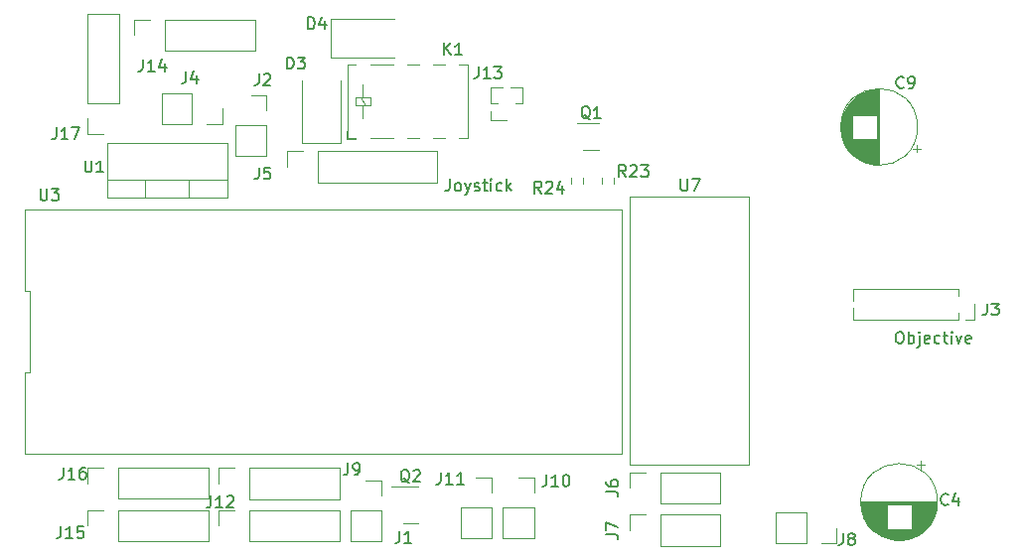
<source format=gbr>
%TF.GenerationSoftware,KiCad,Pcbnew,7.0.9*%
%TF.CreationDate,2024-04-16T22:37:01+03:00*%
%TF.ProjectId,Pistol_Camera_Driver,50697374-6f6c-45f4-9361-6d6572615f44,rev?*%
%TF.SameCoordinates,Original*%
%TF.FileFunction,Legend,Top*%
%TF.FilePolarity,Positive*%
%FSLAX46Y46*%
G04 Gerber Fmt 4.6, Leading zero omitted, Abs format (unit mm)*
G04 Created by KiCad (PCBNEW 7.0.9) date 2024-04-16 22:37:01*
%MOMM*%
%LPD*%
G01*
G04 APERTURE LIST*
%ADD10C,0.150000*%
%ADD11C,0.120000*%
G04 APERTURE END LIST*
D10*
X75884819Y-76533333D02*
X76599104Y-76533333D01*
X76599104Y-76533333D02*
X76741961Y-76580952D01*
X76741961Y-76580952D02*
X76837200Y-76676190D01*
X76837200Y-76676190D02*
X76884819Y-76819047D01*
X76884819Y-76819047D02*
X76884819Y-76914285D01*
X75884819Y-76152380D02*
X75884819Y-75485714D01*
X75884819Y-75485714D02*
X76884819Y-75914285D01*
X58266666Y-76254819D02*
X58266666Y-76969104D01*
X58266666Y-76969104D02*
X58219047Y-77111961D01*
X58219047Y-77111961D02*
X58123809Y-77207200D01*
X58123809Y-77207200D02*
X57980952Y-77254819D01*
X57980952Y-77254819D02*
X57885714Y-77254819D01*
X59266666Y-77254819D02*
X58695238Y-77254819D01*
X58980952Y-77254819D02*
X58980952Y-76254819D01*
X58980952Y-76254819D02*
X58885714Y-76397676D01*
X58885714Y-76397676D02*
X58790476Y-76492914D01*
X58790476Y-76492914D02*
X58695238Y-76540533D01*
X42190476Y-73254819D02*
X42190476Y-73969104D01*
X42190476Y-73969104D02*
X42142857Y-74111961D01*
X42142857Y-74111961D02*
X42047619Y-74207200D01*
X42047619Y-74207200D02*
X41904762Y-74254819D01*
X41904762Y-74254819D02*
X41809524Y-74254819D01*
X43190476Y-74254819D02*
X42619048Y-74254819D01*
X42904762Y-74254819D02*
X42904762Y-73254819D01*
X42904762Y-73254819D02*
X42809524Y-73397676D01*
X42809524Y-73397676D02*
X42714286Y-73492914D01*
X42714286Y-73492914D02*
X42619048Y-73540533D01*
X43571429Y-73350057D02*
X43619048Y-73302438D01*
X43619048Y-73302438D02*
X43714286Y-73254819D01*
X43714286Y-73254819D02*
X43952381Y-73254819D01*
X43952381Y-73254819D02*
X44047619Y-73302438D01*
X44047619Y-73302438D02*
X44095238Y-73350057D01*
X44095238Y-73350057D02*
X44142857Y-73445295D01*
X44142857Y-73445295D02*
X44142857Y-73540533D01*
X44142857Y-73540533D02*
X44095238Y-73683390D01*
X44095238Y-73683390D02*
X43523810Y-74254819D01*
X43523810Y-74254819D02*
X44142857Y-74254819D01*
X62061905Y-35654819D02*
X62061905Y-34654819D01*
X62633333Y-35654819D02*
X62204762Y-35083390D01*
X62633333Y-34654819D02*
X62061905Y-35226247D01*
X63585714Y-35654819D02*
X63014286Y-35654819D01*
X63300000Y-35654819D02*
X63300000Y-34654819D01*
X63300000Y-34654819D02*
X63204762Y-34797676D01*
X63204762Y-34797676D02*
X63109524Y-34892914D01*
X63109524Y-34892914D02*
X63014286Y-34940533D01*
X75884819Y-72908333D02*
X76599104Y-72908333D01*
X76599104Y-72908333D02*
X76741961Y-72955952D01*
X76741961Y-72955952D02*
X76837200Y-73051190D01*
X76837200Y-73051190D02*
X76884819Y-73194047D01*
X76884819Y-73194047D02*
X76884819Y-73289285D01*
X75884819Y-72003571D02*
X75884819Y-72194047D01*
X75884819Y-72194047D02*
X75932438Y-72289285D01*
X75932438Y-72289285D02*
X75980057Y-72336904D01*
X75980057Y-72336904D02*
X76122914Y-72432142D01*
X76122914Y-72432142D02*
X76313390Y-72479761D01*
X76313390Y-72479761D02*
X76694342Y-72479761D01*
X76694342Y-72479761D02*
X76789580Y-72432142D01*
X76789580Y-72432142D02*
X76837200Y-72384523D01*
X76837200Y-72384523D02*
X76884819Y-72289285D01*
X76884819Y-72289285D02*
X76884819Y-72098809D01*
X76884819Y-72098809D02*
X76837200Y-72003571D01*
X76837200Y-72003571D02*
X76789580Y-71955952D01*
X76789580Y-71955952D02*
X76694342Y-71908333D01*
X76694342Y-71908333D02*
X76456247Y-71908333D01*
X76456247Y-71908333D02*
X76361009Y-71955952D01*
X76361009Y-71955952D02*
X76313390Y-72003571D01*
X76313390Y-72003571D02*
X76265771Y-72098809D01*
X76265771Y-72098809D02*
X76265771Y-72289285D01*
X76265771Y-72289285D02*
X76313390Y-72384523D01*
X76313390Y-72384523D02*
X76361009Y-72432142D01*
X76361009Y-72432142D02*
X76456247Y-72479761D01*
X61790476Y-71254819D02*
X61790476Y-71969104D01*
X61790476Y-71969104D02*
X61742857Y-72111961D01*
X61742857Y-72111961D02*
X61647619Y-72207200D01*
X61647619Y-72207200D02*
X61504762Y-72254819D01*
X61504762Y-72254819D02*
X61409524Y-72254819D01*
X62790476Y-72254819D02*
X62219048Y-72254819D01*
X62504762Y-72254819D02*
X62504762Y-71254819D01*
X62504762Y-71254819D02*
X62409524Y-71397676D01*
X62409524Y-71397676D02*
X62314286Y-71492914D01*
X62314286Y-71492914D02*
X62219048Y-71540533D01*
X63742857Y-72254819D02*
X63171429Y-72254819D01*
X63457143Y-72254819D02*
X63457143Y-71254819D01*
X63457143Y-71254819D02*
X63361905Y-71397676D01*
X63361905Y-71397676D02*
X63266667Y-71492914D01*
X63266667Y-71492914D02*
X63171429Y-71540533D01*
X70790476Y-71454819D02*
X70790476Y-72169104D01*
X70790476Y-72169104D02*
X70742857Y-72311961D01*
X70742857Y-72311961D02*
X70647619Y-72407200D01*
X70647619Y-72407200D02*
X70504762Y-72454819D01*
X70504762Y-72454819D02*
X70409524Y-72454819D01*
X71790476Y-72454819D02*
X71219048Y-72454819D01*
X71504762Y-72454819D02*
X71504762Y-71454819D01*
X71504762Y-71454819D02*
X71409524Y-71597676D01*
X71409524Y-71597676D02*
X71314286Y-71692914D01*
X71314286Y-71692914D02*
X71219048Y-71740533D01*
X72409524Y-71454819D02*
X72504762Y-71454819D01*
X72504762Y-71454819D02*
X72600000Y-71502438D01*
X72600000Y-71502438D02*
X72647619Y-71550057D01*
X72647619Y-71550057D02*
X72695238Y-71645295D01*
X72695238Y-71645295D02*
X72742857Y-71835771D01*
X72742857Y-71835771D02*
X72742857Y-72073866D01*
X72742857Y-72073866D02*
X72695238Y-72264342D01*
X72695238Y-72264342D02*
X72647619Y-72359580D01*
X72647619Y-72359580D02*
X72600000Y-72407200D01*
X72600000Y-72407200D02*
X72504762Y-72454819D01*
X72504762Y-72454819D02*
X72409524Y-72454819D01*
X72409524Y-72454819D02*
X72314286Y-72407200D01*
X72314286Y-72407200D02*
X72266667Y-72359580D01*
X72266667Y-72359580D02*
X72219048Y-72264342D01*
X72219048Y-72264342D02*
X72171429Y-72073866D01*
X72171429Y-72073866D02*
X72171429Y-71835771D01*
X72171429Y-71835771D02*
X72219048Y-71645295D01*
X72219048Y-71645295D02*
X72266667Y-71550057D01*
X72266667Y-71550057D02*
X72314286Y-71502438D01*
X72314286Y-71502438D02*
X72409524Y-71454819D01*
X105033333Y-73959580D02*
X104985714Y-74007200D01*
X104985714Y-74007200D02*
X104842857Y-74054819D01*
X104842857Y-74054819D02*
X104747619Y-74054819D01*
X104747619Y-74054819D02*
X104604762Y-74007200D01*
X104604762Y-74007200D02*
X104509524Y-73911961D01*
X104509524Y-73911961D02*
X104461905Y-73816723D01*
X104461905Y-73816723D02*
X104414286Y-73626247D01*
X104414286Y-73626247D02*
X104414286Y-73483390D01*
X104414286Y-73483390D02*
X104461905Y-73292914D01*
X104461905Y-73292914D02*
X104509524Y-73197676D01*
X104509524Y-73197676D02*
X104604762Y-73102438D01*
X104604762Y-73102438D02*
X104747619Y-73054819D01*
X104747619Y-73054819D02*
X104842857Y-73054819D01*
X104842857Y-73054819D02*
X104985714Y-73102438D01*
X104985714Y-73102438D02*
X105033333Y-73150057D01*
X105890476Y-73388152D02*
X105890476Y-74054819D01*
X105652381Y-73007200D02*
X105414286Y-73721485D01*
X105414286Y-73721485D02*
X106033333Y-73721485D01*
X101233333Y-38409580D02*
X101185714Y-38457200D01*
X101185714Y-38457200D02*
X101042857Y-38504819D01*
X101042857Y-38504819D02*
X100947619Y-38504819D01*
X100947619Y-38504819D02*
X100804762Y-38457200D01*
X100804762Y-38457200D02*
X100709524Y-38361961D01*
X100709524Y-38361961D02*
X100661905Y-38266723D01*
X100661905Y-38266723D02*
X100614286Y-38076247D01*
X100614286Y-38076247D02*
X100614286Y-37933390D01*
X100614286Y-37933390D02*
X100661905Y-37742914D01*
X100661905Y-37742914D02*
X100709524Y-37647676D01*
X100709524Y-37647676D02*
X100804762Y-37552438D01*
X100804762Y-37552438D02*
X100947619Y-37504819D01*
X100947619Y-37504819D02*
X101042857Y-37504819D01*
X101042857Y-37504819D02*
X101185714Y-37552438D01*
X101185714Y-37552438D02*
X101233333Y-37600057D01*
X101709524Y-38504819D02*
X101900000Y-38504819D01*
X101900000Y-38504819D02*
X101995238Y-38457200D01*
X101995238Y-38457200D02*
X102042857Y-38409580D01*
X102042857Y-38409580D02*
X102138095Y-38266723D01*
X102138095Y-38266723D02*
X102185714Y-38076247D01*
X102185714Y-38076247D02*
X102185714Y-37695295D01*
X102185714Y-37695295D02*
X102138095Y-37600057D01*
X102138095Y-37600057D02*
X102090476Y-37552438D01*
X102090476Y-37552438D02*
X101995238Y-37504819D01*
X101995238Y-37504819D02*
X101804762Y-37504819D01*
X101804762Y-37504819D02*
X101709524Y-37552438D01*
X101709524Y-37552438D02*
X101661905Y-37600057D01*
X101661905Y-37600057D02*
X101614286Y-37695295D01*
X101614286Y-37695295D02*
X101614286Y-37933390D01*
X101614286Y-37933390D02*
X101661905Y-38028628D01*
X101661905Y-38028628D02*
X101709524Y-38076247D01*
X101709524Y-38076247D02*
X101804762Y-38123866D01*
X101804762Y-38123866D02*
X101995238Y-38123866D01*
X101995238Y-38123866D02*
X102090476Y-38076247D01*
X102090476Y-38076247D02*
X102138095Y-38028628D01*
X102138095Y-38028628D02*
X102185714Y-37933390D01*
X70357142Y-47454819D02*
X70023809Y-46978628D01*
X69785714Y-47454819D02*
X69785714Y-46454819D01*
X69785714Y-46454819D02*
X70166666Y-46454819D01*
X70166666Y-46454819D02*
X70261904Y-46502438D01*
X70261904Y-46502438D02*
X70309523Y-46550057D01*
X70309523Y-46550057D02*
X70357142Y-46645295D01*
X70357142Y-46645295D02*
X70357142Y-46788152D01*
X70357142Y-46788152D02*
X70309523Y-46883390D01*
X70309523Y-46883390D02*
X70261904Y-46931009D01*
X70261904Y-46931009D02*
X70166666Y-46978628D01*
X70166666Y-46978628D02*
X69785714Y-46978628D01*
X70738095Y-46550057D02*
X70785714Y-46502438D01*
X70785714Y-46502438D02*
X70880952Y-46454819D01*
X70880952Y-46454819D02*
X71119047Y-46454819D01*
X71119047Y-46454819D02*
X71214285Y-46502438D01*
X71214285Y-46502438D02*
X71261904Y-46550057D01*
X71261904Y-46550057D02*
X71309523Y-46645295D01*
X71309523Y-46645295D02*
X71309523Y-46740533D01*
X71309523Y-46740533D02*
X71261904Y-46883390D01*
X71261904Y-46883390D02*
X70690476Y-47454819D01*
X70690476Y-47454819D02*
X71309523Y-47454819D01*
X72166666Y-46788152D02*
X72166666Y-47454819D01*
X71928571Y-46407200D02*
X71690476Y-47121485D01*
X71690476Y-47121485D02*
X72309523Y-47121485D01*
X28990476Y-41854819D02*
X28990476Y-42569104D01*
X28990476Y-42569104D02*
X28942857Y-42711961D01*
X28942857Y-42711961D02*
X28847619Y-42807200D01*
X28847619Y-42807200D02*
X28704762Y-42854819D01*
X28704762Y-42854819D02*
X28609524Y-42854819D01*
X29990476Y-42854819D02*
X29419048Y-42854819D01*
X29704762Y-42854819D02*
X29704762Y-41854819D01*
X29704762Y-41854819D02*
X29609524Y-41997676D01*
X29609524Y-41997676D02*
X29514286Y-42092914D01*
X29514286Y-42092914D02*
X29419048Y-42140533D01*
X30323810Y-41854819D02*
X30990476Y-41854819D01*
X30990476Y-41854819D02*
X30561905Y-42854819D01*
X29590476Y-70829819D02*
X29590476Y-71544104D01*
X29590476Y-71544104D02*
X29542857Y-71686961D01*
X29542857Y-71686961D02*
X29447619Y-71782200D01*
X29447619Y-71782200D02*
X29304762Y-71829819D01*
X29304762Y-71829819D02*
X29209524Y-71829819D01*
X30590476Y-71829819D02*
X30019048Y-71829819D01*
X30304762Y-71829819D02*
X30304762Y-70829819D01*
X30304762Y-70829819D02*
X30209524Y-70972676D01*
X30209524Y-70972676D02*
X30114286Y-71067914D01*
X30114286Y-71067914D02*
X30019048Y-71115533D01*
X31447619Y-70829819D02*
X31257143Y-70829819D01*
X31257143Y-70829819D02*
X31161905Y-70877438D01*
X31161905Y-70877438D02*
X31114286Y-70925057D01*
X31114286Y-70925057D02*
X31019048Y-71067914D01*
X31019048Y-71067914D02*
X30971429Y-71258390D01*
X30971429Y-71258390D02*
X30971429Y-71639342D01*
X30971429Y-71639342D02*
X31019048Y-71734580D01*
X31019048Y-71734580D02*
X31066667Y-71782200D01*
X31066667Y-71782200D02*
X31161905Y-71829819D01*
X31161905Y-71829819D02*
X31352381Y-71829819D01*
X31352381Y-71829819D02*
X31447619Y-71782200D01*
X31447619Y-71782200D02*
X31495238Y-71734580D01*
X31495238Y-71734580D02*
X31542857Y-71639342D01*
X31542857Y-71639342D02*
X31542857Y-71401247D01*
X31542857Y-71401247D02*
X31495238Y-71306009D01*
X31495238Y-71306009D02*
X31447619Y-71258390D01*
X31447619Y-71258390D02*
X31352381Y-71210771D01*
X31352381Y-71210771D02*
X31161905Y-71210771D01*
X31161905Y-71210771D02*
X31066667Y-71258390D01*
X31066667Y-71258390D02*
X31019048Y-71306009D01*
X31019048Y-71306009D02*
X30971429Y-71401247D01*
X74504761Y-41150057D02*
X74409523Y-41102438D01*
X74409523Y-41102438D02*
X74314285Y-41007200D01*
X74314285Y-41007200D02*
X74171428Y-40864342D01*
X74171428Y-40864342D02*
X74076190Y-40816723D01*
X74076190Y-40816723D02*
X73980952Y-40816723D01*
X74028571Y-41054819D02*
X73933333Y-41007200D01*
X73933333Y-41007200D02*
X73838095Y-40911961D01*
X73838095Y-40911961D02*
X73790476Y-40721485D01*
X73790476Y-40721485D02*
X73790476Y-40388152D01*
X73790476Y-40388152D02*
X73838095Y-40197676D01*
X73838095Y-40197676D02*
X73933333Y-40102438D01*
X73933333Y-40102438D02*
X74028571Y-40054819D01*
X74028571Y-40054819D02*
X74219047Y-40054819D01*
X74219047Y-40054819D02*
X74314285Y-40102438D01*
X74314285Y-40102438D02*
X74409523Y-40197676D01*
X74409523Y-40197676D02*
X74457142Y-40388152D01*
X74457142Y-40388152D02*
X74457142Y-40721485D01*
X74457142Y-40721485D02*
X74409523Y-40911961D01*
X74409523Y-40911961D02*
X74314285Y-41007200D01*
X74314285Y-41007200D02*
X74219047Y-41054819D01*
X74219047Y-41054819D02*
X74028571Y-41054819D01*
X75409523Y-41054819D02*
X74838095Y-41054819D01*
X75123809Y-41054819D02*
X75123809Y-40054819D01*
X75123809Y-40054819D02*
X75028571Y-40197676D01*
X75028571Y-40197676D02*
X74933333Y-40292914D01*
X74933333Y-40292914D02*
X74838095Y-40340533D01*
X46266666Y-37254819D02*
X46266666Y-37969104D01*
X46266666Y-37969104D02*
X46219047Y-38111961D01*
X46219047Y-38111961D02*
X46123809Y-38207200D01*
X46123809Y-38207200D02*
X45980952Y-38254819D01*
X45980952Y-38254819D02*
X45885714Y-38254819D01*
X46695238Y-37350057D02*
X46742857Y-37302438D01*
X46742857Y-37302438D02*
X46838095Y-37254819D01*
X46838095Y-37254819D02*
X47076190Y-37254819D01*
X47076190Y-37254819D02*
X47171428Y-37302438D01*
X47171428Y-37302438D02*
X47219047Y-37350057D01*
X47219047Y-37350057D02*
X47266666Y-37445295D01*
X47266666Y-37445295D02*
X47266666Y-37540533D01*
X47266666Y-37540533D02*
X47219047Y-37683390D01*
X47219047Y-37683390D02*
X46647619Y-38254819D01*
X46647619Y-38254819D02*
X47266666Y-38254819D01*
X96066666Y-76454819D02*
X96066666Y-77169104D01*
X96066666Y-77169104D02*
X96019047Y-77311961D01*
X96019047Y-77311961D02*
X95923809Y-77407200D01*
X95923809Y-77407200D02*
X95780952Y-77454819D01*
X95780952Y-77454819D02*
X95685714Y-77454819D01*
X96685714Y-76883390D02*
X96590476Y-76835771D01*
X96590476Y-76835771D02*
X96542857Y-76788152D01*
X96542857Y-76788152D02*
X96495238Y-76692914D01*
X96495238Y-76692914D02*
X96495238Y-76645295D01*
X96495238Y-76645295D02*
X96542857Y-76550057D01*
X96542857Y-76550057D02*
X96590476Y-76502438D01*
X96590476Y-76502438D02*
X96685714Y-76454819D01*
X96685714Y-76454819D02*
X96876190Y-76454819D01*
X96876190Y-76454819D02*
X96971428Y-76502438D01*
X96971428Y-76502438D02*
X97019047Y-76550057D01*
X97019047Y-76550057D02*
X97066666Y-76645295D01*
X97066666Y-76645295D02*
X97066666Y-76692914D01*
X97066666Y-76692914D02*
X97019047Y-76788152D01*
X97019047Y-76788152D02*
X96971428Y-76835771D01*
X96971428Y-76835771D02*
X96876190Y-76883390D01*
X96876190Y-76883390D02*
X96685714Y-76883390D01*
X96685714Y-76883390D02*
X96590476Y-76931009D01*
X96590476Y-76931009D02*
X96542857Y-76978628D01*
X96542857Y-76978628D02*
X96495238Y-77073866D01*
X96495238Y-77073866D02*
X96495238Y-77264342D01*
X96495238Y-77264342D02*
X96542857Y-77359580D01*
X96542857Y-77359580D02*
X96590476Y-77407200D01*
X96590476Y-77407200D02*
X96685714Y-77454819D01*
X96685714Y-77454819D02*
X96876190Y-77454819D01*
X96876190Y-77454819D02*
X96971428Y-77407200D01*
X96971428Y-77407200D02*
X97019047Y-77359580D01*
X97019047Y-77359580D02*
X97066666Y-77264342D01*
X97066666Y-77264342D02*
X97066666Y-77073866D01*
X97066666Y-77073866D02*
X97019047Y-76978628D01*
X97019047Y-76978628D02*
X96971428Y-76931009D01*
X96971428Y-76931009D02*
X96876190Y-76883390D01*
X50461905Y-33454819D02*
X50461905Y-32454819D01*
X50461905Y-32454819D02*
X50700000Y-32454819D01*
X50700000Y-32454819D02*
X50842857Y-32502438D01*
X50842857Y-32502438D02*
X50938095Y-32597676D01*
X50938095Y-32597676D02*
X50985714Y-32692914D01*
X50985714Y-32692914D02*
X51033333Y-32883390D01*
X51033333Y-32883390D02*
X51033333Y-33026247D01*
X51033333Y-33026247D02*
X50985714Y-33216723D01*
X50985714Y-33216723D02*
X50938095Y-33311961D01*
X50938095Y-33311961D02*
X50842857Y-33407200D01*
X50842857Y-33407200D02*
X50700000Y-33454819D01*
X50700000Y-33454819D02*
X50461905Y-33454819D01*
X51890476Y-32788152D02*
X51890476Y-33454819D01*
X51652381Y-32407200D02*
X51414286Y-33121485D01*
X51414286Y-33121485D02*
X52033333Y-33121485D01*
X31448095Y-44654819D02*
X31448095Y-45464342D01*
X31448095Y-45464342D02*
X31495714Y-45559580D01*
X31495714Y-45559580D02*
X31543333Y-45607200D01*
X31543333Y-45607200D02*
X31638571Y-45654819D01*
X31638571Y-45654819D02*
X31829047Y-45654819D01*
X31829047Y-45654819D02*
X31924285Y-45607200D01*
X31924285Y-45607200D02*
X31971904Y-45559580D01*
X31971904Y-45559580D02*
X32019523Y-45464342D01*
X32019523Y-45464342D02*
X32019523Y-44654819D01*
X33019523Y-45654819D02*
X32448095Y-45654819D01*
X32733809Y-45654819D02*
X32733809Y-44654819D01*
X32733809Y-44654819D02*
X32638571Y-44797676D01*
X32638571Y-44797676D02*
X32543333Y-44892914D01*
X32543333Y-44892914D02*
X32448095Y-44940533D01*
X48661905Y-36854819D02*
X48661905Y-35854819D01*
X48661905Y-35854819D02*
X48900000Y-35854819D01*
X48900000Y-35854819D02*
X49042857Y-35902438D01*
X49042857Y-35902438D02*
X49138095Y-35997676D01*
X49138095Y-35997676D02*
X49185714Y-36092914D01*
X49185714Y-36092914D02*
X49233333Y-36283390D01*
X49233333Y-36283390D02*
X49233333Y-36426247D01*
X49233333Y-36426247D02*
X49185714Y-36616723D01*
X49185714Y-36616723D02*
X49138095Y-36711961D01*
X49138095Y-36711961D02*
X49042857Y-36807200D01*
X49042857Y-36807200D02*
X48900000Y-36854819D01*
X48900000Y-36854819D02*
X48661905Y-36854819D01*
X49566667Y-35854819D02*
X50185714Y-35854819D01*
X50185714Y-35854819D02*
X49852381Y-36235771D01*
X49852381Y-36235771D02*
X49995238Y-36235771D01*
X49995238Y-36235771D02*
X50090476Y-36283390D01*
X50090476Y-36283390D02*
X50138095Y-36331009D01*
X50138095Y-36331009D02*
X50185714Y-36426247D01*
X50185714Y-36426247D02*
X50185714Y-36664342D01*
X50185714Y-36664342D02*
X50138095Y-36759580D01*
X50138095Y-36759580D02*
X50090476Y-36807200D01*
X50090476Y-36807200D02*
X49995238Y-36854819D01*
X49995238Y-36854819D02*
X49709524Y-36854819D01*
X49709524Y-36854819D02*
X49614286Y-36807200D01*
X49614286Y-36807200D02*
X49566667Y-36759580D01*
X27638095Y-47054819D02*
X27638095Y-47864342D01*
X27638095Y-47864342D02*
X27685714Y-47959580D01*
X27685714Y-47959580D02*
X27733333Y-48007200D01*
X27733333Y-48007200D02*
X27828571Y-48054819D01*
X27828571Y-48054819D02*
X28019047Y-48054819D01*
X28019047Y-48054819D02*
X28114285Y-48007200D01*
X28114285Y-48007200D02*
X28161904Y-47959580D01*
X28161904Y-47959580D02*
X28209523Y-47864342D01*
X28209523Y-47864342D02*
X28209523Y-47054819D01*
X28590476Y-47054819D02*
X29209523Y-47054819D01*
X29209523Y-47054819D02*
X28876190Y-47435771D01*
X28876190Y-47435771D02*
X29019047Y-47435771D01*
X29019047Y-47435771D02*
X29114285Y-47483390D01*
X29114285Y-47483390D02*
X29161904Y-47531009D01*
X29161904Y-47531009D02*
X29209523Y-47626247D01*
X29209523Y-47626247D02*
X29209523Y-47864342D01*
X29209523Y-47864342D02*
X29161904Y-47959580D01*
X29161904Y-47959580D02*
X29114285Y-48007200D01*
X29114285Y-48007200D02*
X29019047Y-48054819D01*
X29019047Y-48054819D02*
X28733333Y-48054819D01*
X28733333Y-48054819D02*
X28638095Y-48007200D01*
X28638095Y-48007200D02*
X28590476Y-47959580D01*
X40066666Y-37054819D02*
X40066666Y-37769104D01*
X40066666Y-37769104D02*
X40019047Y-37911961D01*
X40019047Y-37911961D02*
X39923809Y-38007200D01*
X39923809Y-38007200D02*
X39780952Y-38054819D01*
X39780952Y-38054819D02*
X39685714Y-38054819D01*
X40971428Y-37388152D02*
X40971428Y-38054819D01*
X40733333Y-37007200D02*
X40495238Y-37721485D01*
X40495238Y-37721485D02*
X41114285Y-37721485D01*
X29390476Y-75854819D02*
X29390476Y-76569104D01*
X29390476Y-76569104D02*
X29342857Y-76711961D01*
X29342857Y-76711961D02*
X29247619Y-76807200D01*
X29247619Y-76807200D02*
X29104762Y-76854819D01*
X29104762Y-76854819D02*
X29009524Y-76854819D01*
X30390476Y-76854819D02*
X29819048Y-76854819D01*
X30104762Y-76854819D02*
X30104762Y-75854819D01*
X30104762Y-75854819D02*
X30009524Y-75997676D01*
X30009524Y-75997676D02*
X29914286Y-76092914D01*
X29914286Y-76092914D02*
X29819048Y-76140533D01*
X31295238Y-75854819D02*
X30819048Y-75854819D01*
X30819048Y-75854819D02*
X30771429Y-76331009D01*
X30771429Y-76331009D02*
X30819048Y-76283390D01*
X30819048Y-76283390D02*
X30914286Y-76235771D01*
X30914286Y-76235771D02*
X31152381Y-76235771D01*
X31152381Y-76235771D02*
X31247619Y-76283390D01*
X31247619Y-76283390D02*
X31295238Y-76331009D01*
X31295238Y-76331009D02*
X31342857Y-76426247D01*
X31342857Y-76426247D02*
X31342857Y-76664342D01*
X31342857Y-76664342D02*
X31295238Y-76759580D01*
X31295238Y-76759580D02*
X31247619Y-76807200D01*
X31247619Y-76807200D02*
X31152381Y-76854819D01*
X31152381Y-76854819D02*
X30914286Y-76854819D01*
X30914286Y-76854819D02*
X30819048Y-76807200D01*
X30819048Y-76807200D02*
X30771429Y-76759580D01*
X53866666Y-70454819D02*
X53866666Y-71169104D01*
X53866666Y-71169104D02*
X53819047Y-71311961D01*
X53819047Y-71311961D02*
X53723809Y-71407200D01*
X53723809Y-71407200D02*
X53580952Y-71454819D01*
X53580952Y-71454819D02*
X53485714Y-71454819D01*
X54390476Y-71454819D02*
X54580952Y-71454819D01*
X54580952Y-71454819D02*
X54676190Y-71407200D01*
X54676190Y-71407200D02*
X54723809Y-71359580D01*
X54723809Y-71359580D02*
X54819047Y-71216723D01*
X54819047Y-71216723D02*
X54866666Y-71026247D01*
X54866666Y-71026247D02*
X54866666Y-70645295D01*
X54866666Y-70645295D02*
X54819047Y-70550057D01*
X54819047Y-70550057D02*
X54771428Y-70502438D01*
X54771428Y-70502438D02*
X54676190Y-70454819D01*
X54676190Y-70454819D02*
X54485714Y-70454819D01*
X54485714Y-70454819D02*
X54390476Y-70502438D01*
X54390476Y-70502438D02*
X54342857Y-70550057D01*
X54342857Y-70550057D02*
X54295238Y-70645295D01*
X54295238Y-70645295D02*
X54295238Y-70883390D01*
X54295238Y-70883390D02*
X54342857Y-70978628D01*
X54342857Y-70978628D02*
X54390476Y-71026247D01*
X54390476Y-71026247D02*
X54485714Y-71073866D01*
X54485714Y-71073866D02*
X54676190Y-71073866D01*
X54676190Y-71073866D02*
X54771428Y-71026247D01*
X54771428Y-71026247D02*
X54819047Y-70978628D01*
X54819047Y-70978628D02*
X54866666Y-70883390D01*
X59104761Y-72150057D02*
X59009523Y-72102438D01*
X59009523Y-72102438D02*
X58914285Y-72007200D01*
X58914285Y-72007200D02*
X58771428Y-71864342D01*
X58771428Y-71864342D02*
X58676190Y-71816723D01*
X58676190Y-71816723D02*
X58580952Y-71816723D01*
X58628571Y-72054819D02*
X58533333Y-72007200D01*
X58533333Y-72007200D02*
X58438095Y-71911961D01*
X58438095Y-71911961D02*
X58390476Y-71721485D01*
X58390476Y-71721485D02*
X58390476Y-71388152D01*
X58390476Y-71388152D02*
X58438095Y-71197676D01*
X58438095Y-71197676D02*
X58533333Y-71102438D01*
X58533333Y-71102438D02*
X58628571Y-71054819D01*
X58628571Y-71054819D02*
X58819047Y-71054819D01*
X58819047Y-71054819D02*
X58914285Y-71102438D01*
X58914285Y-71102438D02*
X59009523Y-71197676D01*
X59009523Y-71197676D02*
X59057142Y-71388152D01*
X59057142Y-71388152D02*
X59057142Y-71721485D01*
X59057142Y-71721485D02*
X59009523Y-71911961D01*
X59009523Y-71911961D02*
X58914285Y-72007200D01*
X58914285Y-72007200D02*
X58819047Y-72054819D01*
X58819047Y-72054819D02*
X58628571Y-72054819D01*
X59438095Y-71150057D02*
X59485714Y-71102438D01*
X59485714Y-71102438D02*
X59580952Y-71054819D01*
X59580952Y-71054819D02*
X59819047Y-71054819D01*
X59819047Y-71054819D02*
X59914285Y-71102438D01*
X59914285Y-71102438D02*
X59961904Y-71150057D01*
X59961904Y-71150057D02*
X60009523Y-71245295D01*
X60009523Y-71245295D02*
X60009523Y-71340533D01*
X60009523Y-71340533D02*
X59961904Y-71483390D01*
X59961904Y-71483390D02*
X59390476Y-72054819D01*
X59390476Y-72054819D02*
X60009523Y-72054819D01*
X82238095Y-46254819D02*
X82238095Y-47064342D01*
X82238095Y-47064342D02*
X82285714Y-47159580D01*
X82285714Y-47159580D02*
X82333333Y-47207200D01*
X82333333Y-47207200D02*
X82428571Y-47254819D01*
X82428571Y-47254819D02*
X82619047Y-47254819D01*
X82619047Y-47254819D02*
X82714285Y-47207200D01*
X82714285Y-47207200D02*
X82761904Y-47159580D01*
X82761904Y-47159580D02*
X82809523Y-47064342D01*
X82809523Y-47064342D02*
X82809523Y-46254819D01*
X83190476Y-46254819D02*
X83857142Y-46254819D01*
X83857142Y-46254819D02*
X83428571Y-47254819D01*
X64990476Y-36654819D02*
X64990476Y-37369104D01*
X64990476Y-37369104D02*
X64942857Y-37511961D01*
X64942857Y-37511961D02*
X64847619Y-37607200D01*
X64847619Y-37607200D02*
X64704762Y-37654819D01*
X64704762Y-37654819D02*
X64609524Y-37654819D01*
X65990476Y-37654819D02*
X65419048Y-37654819D01*
X65704762Y-37654819D02*
X65704762Y-36654819D01*
X65704762Y-36654819D02*
X65609524Y-36797676D01*
X65609524Y-36797676D02*
X65514286Y-36892914D01*
X65514286Y-36892914D02*
X65419048Y-36940533D01*
X66323810Y-36654819D02*
X66942857Y-36654819D01*
X66942857Y-36654819D02*
X66609524Y-37035771D01*
X66609524Y-37035771D02*
X66752381Y-37035771D01*
X66752381Y-37035771D02*
X66847619Y-37083390D01*
X66847619Y-37083390D02*
X66895238Y-37131009D01*
X66895238Y-37131009D02*
X66942857Y-37226247D01*
X66942857Y-37226247D02*
X66942857Y-37464342D01*
X66942857Y-37464342D02*
X66895238Y-37559580D01*
X66895238Y-37559580D02*
X66847619Y-37607200D01*
X66847619Y-37607200D02*
X66752381Y-37654819D01*
X66752381Y-37654819D02*
X66466667Y-37654819D01*
X66466667Y-37654819D02*
X66371429Y-37607200D01*
X66371429Y-37607200D02*
X66323810Y-37559580D01*
X77557142Y-46054819D02*
X77223809Y-45578628D01*
X76985714Y-46054819D02*
X76985714Y-45054819D01*
X76985714Y-45054819D02*
X77366666Y-45054819D01*
X77366666Y-45054819D02*
X77461904Y-45102438D01*
X77461904Y-45102438D02*
X77509523Y-45150057D01*
X77509523Y-45150057D02*
X77557142Y-45245295D01*
X77557142Y-45245295D02*
X77557142Y-45388152D01*
X77557142Y-45388152D02*
X77509523Y-45483390D01*
X77509523Y-45483390D02*
X77461904Y-45531009D01*
X77461904Y-45531009D02*
X77366666Y-45578628D01*
X77366666Y-45578628D02*
X76985714Y-45578628D01*
X77938095Y-45150057D02*
X77985714Y-45102438D01*
X77985714Y-45102438D02*
X78080952Y-45054819D01*
X78080952Y-45054819D02*
X78319047Y-45054819D01*
X78319047Y-45054819D02*
X78414285Y-45102438D01*
X78414285Y-45102438D02*
X78461904Y-45150057D01*
X78461904Y-45150057D02*
X78509523Y-45245295D01*
X78509523Y-45245295D02*
X78509523Y-45340533D01*
X78509523Y-45340533D02*
X78461904Y-45483390D01*
X78461904Y-45483390D02*
X77890476Y-46054819D01*
X77890476Y-46054819D02*
X78509523Y-46054819D01*
X78842857Y-45054819D02*
X79461904Y-45054819D01*
X79461904Y-45054819D02*
X79128571Y-45435771D01*
X79128571Y-45435771D02*
X79271428Y-45435771D01*
X79271428Y-45435771D02*
X79366666Y-45483390D01*
X79366666Y-45483390D02*
X79414285Y-45531009D01*
X79414285Y-45531009D02*
X79461904Y-45626247D01*
X79461904Y-45626247D02*
X79461904Y-45864342D01*
X79461904Y-45864342D02*
X79414285Y-45959580D01*
X79414285Y-45959580D02*
X79366666Y-46007200D01*
X79366666Y-46007200D02*
X79271428Y-46054819D01*
X79271428Y-46054819D02*
X78985714Y-46054819D01*
X78985714Y-46054819D02*
X78890476Y-46007200D01*
X78890476Y-46007200D02*
X78842857Y-45959580D01*
X108346666Y-56854808D02*
X108346666Y-57569093D01*
X108346666Y-57569093D02*
X108299047Y-57711950D01*
X108299047Y-57711950D02*
X108203809Y-57807189D01*
X108203809Y-57807189D02*
X108060952Y-57854808D01*
X108060952Y-57854808D02*
X107965714Y-57854808D01*
X108727619Y-56854808D02*
X109346666Y-56854808D01*
X109346666Y-56854808D02*
X109013333Y-57235760D01*
X109013333Y-57235760D02*
X109156190Y-57235760D01*
X109156190Y-57235760D02*
X109251428Y-57283379D01*
X109251428Y-57283379D02*
X109299047Y-57330998D01*
X109299047Y-57330998D02*
X109346666Y-57426236D01*
X109346666Y-57426236D02*
X109346666Y-57664331D01*
X109346666Y-57664331D02*
X109299047Y-57759569D01*
X109299047Y-57759569D02*
X109251428Y-57807189D01*
X109251428Y-57807189D02*
X109156190Y-57854808D01*
X109156190Y-57854808D02*
X108870476Y-57854808D01*
X108870476Y-57854808D02*
X108775238Y-57807189D01*
X108775238Y-57807189D02*
X108727619Y-57759569D01*
X100803809Y-59254808D02*
X100994285Y-59254808D01*
X100994285Y-59254808D02*
X101089523Y-59302427D01*
X101089523Y-59302427D02*
X101184761Y-59397665D01*
X101184761Y-59397665D02*
X101232380Y-59588141D01*
X101232380Y-59588141D02*
X101232380Y-59921474D01*
X101232380Y-59921474D02*
X101184761Y-60111950D01*
X101184761Y-60111950D02*
X101089523Y-60207189D01*
X101089523Y-60207189D02*
X100994285Y-60254808D01*
X100994285Y-60254808D02*
X100803809Y-60254808D01*
X100803809Y-60254808D02*
X100708571Y-60207189D01*
X100708571Y-60207189D02*
X100613333Y-60111950D01*
X100613333Y-60111950D02*
X100565714Y-59921474D01*
X100565714Y-59921474D02*
X100565714Y-59588141D01*
X100565714Y-59588141D02*
X100613333Y-59397665D01*
X100613333Y-59397665D02*
X100708571Y-59302427D01*
X100708571Y-59302427D02*
X100803809Y-59254808D01*
X101660952Y-60254808D02*
X101660952Y-59254808D01*
X101660952Y-59635760D02*
X101756190Y-59588141D01*
X101756190Y-59588141D02*
X101946666Y-59588141D01*
X101946666Y-59588141D02*
X102041904Y-59635760D01*
X102041904Y-59635760D02*
X102089523Y-59683379D01*
X102089523Y-59683379D02*
X102137142Y-59778617D01*
X102137142Y-59778617D02*
X102137142Y-60064331D01*
X102137142Y-60064331D02*
X102089523Y-60159569D01*
X102089523Y-60159569D02*
X102041904Y-60207189D01*
X102041904Y-60207189D02*
X101946666Y-60254808D01*
X101946666Y-60254808D02*
X101756190Y-60254808D01*
X101756190Y-60254808D02*
X101660952Y-60207189D01*
X102565714Y-59588141D02*
X102565714Y-60445284D01*
X102565714Y-60445284D02*
X102518095Y-60540522D01*
X102518095Y-60540522D02*
X102422857Y-60588141D01*
X102422857Y-60588141D02*
X102375238Y-60588141D01*
X102565714Y-59254808D02*
X102518095Y-59302427D01*
X102518095Y-59302427D02*
X102565714Y-59350046D01*
X102565714Y-59350046D02*
X102613333Y-59302427D01*
X102613333Y-59302427D02*
X102565714Y-59254808D01*
X102565714Y-59254808D02*
X102565714Y-59350046D01*
X103422856Y-60207189D02*
X103327618Y-60254808D01*
X103327618Y-60254808D02*
X103137142Y-60254808D01*
X103137142Y-60254808D02*
X103041904Y-60207189D01*
X103041904Y-60207189D02*
X102994285Y-60111950D01*
X102994285Y-60111950D02*
X102994285Y-59730998D01*
X102994285Y-59730998D02*
X103041904Y-59635760D01*
X103041904Y-59635760D02*
X103137142Y-59588141D01*
X103137142Y-59588141D02*
X103327618Y-59588141D01*
X103327618Y-59588141D02*
X103422856Y-59635760D01*
X103422856Y-59635760D02*
X103470475Y-59730998D01*
X103470475Y-59730998D02*
X103470475Y-59826236D01*
X103470475Y-59826236D02*
X102994285Y-59921474D01*
X104327618Y-60207189D02*
X104232380Y-60254808D01*
X104232380Y-60254808D02*
X104041904Y-60254808D01*
X104041904Y-60254808D02*
X103946666Y-60207189D01*
X103946666Y-60207189D02*
X103899047Y-60159569D01*
X103899047Y-60159569D02*
X103851428Y-60064331D01*
X103851428Y-60064331D02*
X103851428Y-59778617D01*
X103851428Y-59778617D02*
X103899047Y-59683379D01*
X103899047Y-59683379D02*
X103946666Y-59635760D01*
X103946666Y-59635760D02*
X104041904Y-59588141D01*
X104041904Y-59588141D02*
X104232380Y-59588141D01*
X104232380Y-59588141D02*
X104327618Y-59635760D01*
X104613333Y-59588141D02*
X104994285Y-59588141D01*
X104756190Y-59254808D02*
X104756190Y-60111950D01*
X104756190Y-60111950D02*
X104803809Y-60207189D01*
X104803809Y-60207189D02*
X104899047Y-60254808D01*
X104899047Y-60254808D02*
X104994285Y-60254808D01*
X105327619Y-60254808D02*
X105327619Y-59588141D01*
X105327619Y-59254808D02*
X105280000Y-59302427D01*
X105280000Y-59302427D02*
X105327619Y-59350046D01*
X105327619Y-59350046D02*
X105375238Y-59302427D01*
X105375238Y-59302427D02*
X105327619Y-59254808D01*
X105327619Y-59254808D02*
X105327619Y-59350046D01*
X105708571Y-59588141D02*
X105946666Y-60254808D01*
X105946666Y-60254808D02*
X106184761Y-59588141D01*
X106946666Y-60207189D02*
X106851428Y-60254808D01*
X106851428Y-60254808D02*
X106660952Y-60254808D01*
X106660952Y-60254808D02*
X106565714Y-60207189D01*
X106565714Y-60207189D02*
X106518095Y-60111950D01*
X106518095Y-60111950D02*
X106518095Y-59730998D01*
X106518095Y-59730998D02*
X106565714Y-59635760D01*
X106565714Y-59635760D02*
X106660952Y-59588141D01*
X106660952Y-59588141D02*
X106851428Y-59588141D01*
X106851428Y-59588141D02*
X106946666Y-59635760D01*
X106946666Y-59635760D02*
X106994285Y-59730998D01*
X106994285Y-59730998D02*
X106994285Y-59826236D01*
X106994285Y-59826236D02*
X106518095Y-59921474D01*
X36390476Y-36054819D02*
X36390476Y-36769104D01*
X36390476Y-36769104D02*
X36342857Y-36911961D01*
X36342857Y-36911961D02*
X36247619Y-37007200D01*
X36247619Y-37007200D02*
X36104762Y-37054819D01*
X36104762Y-37054819D02*
X36009524Y-37054819D01*
X37390476Y-37054819D02*
X36819048Y-37054819D01*
X37104762Y-37054819D02*
X37104762Y-36054819D01*
X37104762Y-36054819D02*
X37009524Y-36197676D01*
X37009524Y-36197676D02*
X36914286Y-36292914D01*
X36914286Y-36292914D02*
X36819048Y-36340533D01*
X38247619Y-36388152D02*
X38247619Y-37054819D01*
X38009524Y-36007200D02*
X37771429Y-36721485D01*
X37771429Y-36721485D02*
X38390476Y-36721485D01*
X46266666Y-45254819D02*
X46266666Y-45969104D01*
X46266666Y-45969104D02*
X46219047Y-46111961D01*
X46219047Y-46111961D02*
X46123809Y-46207200D01*
X46123809Y-46207200D02*
X45980952Y-46254819D01*
X45980952Y-46254819D02*
X45885714Y-46254819D01*
X47219047Y-45254819D02*
X46742857Y-45254819D01*
X46742857Y-45254819D02*
X46695238Y-45731009D01*
X46695238Y-45731009D02*
X46742857Y-45683390D01*
X46742857Y-45683390D02*
X46838095Y-45635771D01*
X46838095Y-45635771D02*
X47076190Y-45635771D01*
X47076190Y-45635771D02*
X47171428Y-45683390D01*
X47171428Y-45683390D02*
X47219047Y-45731009D01*
X47219047Y-45731009D02*
X47266666Y-45826247D01*
X47266666Y-45826247D02*
X47266666Y-46064342D01*
X47266666Y-46064342D02*
X47219047Y-46159580D01*
X47219047Y-46159580D02*
X47171428Y-46207200D01*
X47171428Y-46207200D02*
X47076190Y-46254819D01*
X47076190Y-46254819D02*
X46838095Y-46254819D01*
X46838095Y-46254819D02*
X46742857Y-46207200D01*
X46742857Y-46207200D02*
X46695238Y-46159580D01*
X62547618Y-46254819D02*
X62547618Y-46969104D01*
X62547618Y-46969104D02*
X62499999Y-47111961D01*
X62499999Y-47111961D02*
X62404761Y-47207200D01*
X62404761Y-47207200D02*
X62261904Y-47254819D01*
X62261904Y-47254819D02*
X62166666Y-47254819D01*
X63166666Y-47254819D02*
X63071428Y-47207200D01*
X63071428Y-47207200D02*
X63023809Y-47159580D01*
X63023809Y-47159580D02*
X62976190Y-47064342D01*
X62976190Y-47064342D02*
X62976190Y-46778628D01*
X62976190Y-46778628D02*
X63023809Y-46683390D01*
X63023809Y-46683390D02*
X63071428Y-46635771D01*
X63071428Y-46635771D02*
X63166666Y-46588152D01*
X63166666Y-46588152D02*
X63309523Y-46588152D01*
X63309523Y-46588152D02*
X63404761Y-46635771D01*
X63404761Y-46635771D02*
X63452380Y-46683390D01*
X63452380Y-46683390D02*
X63499999Y-46778628D01*
X63499999Y-46778628D02*
X63499999Y-47064342D01*
X63499999Y-47064342D02*
X63452380Y-47159580D01*
X63452380Y-47159580D02*
X63404761Y-47207200D01*
X63404761Y-47207200D02*
X63309523Y-47254819D01*
X63309523Y-47254819D02*
X63166666Y-47254819D01*
X63833333Y-46588152D02*
X64071428Y-47254819D01*
X64309523Y-46588152D02*
X64071428Y-47254819D01*
X64071428Y-47254819D02*
X63976190Y-47492914D01*
X63976190Y-47492914D02*
X63928571Y-47540533D01*
X63928571Y-47540533D02*
X63833333Y-47588152D01*
X64642857Y-47207200D02*
X64738095Y-47254819D01*
X64738095Y-47254819D02*
X64928571Y-47254819D01*
X64928571Y-47254819D02*
X65023809Y-47207200D01*
X65023809Y-47207200D02*
X65071428Y-47111961D01*
X65071428Y-47111961D02*
X65071428Y-47064342D01*
X65071428Y-47064342D02*
X65023809Y-46969104D01*
X65023809Y-46969104D02*
X64928571Y-46921485D01*
X64928571Y-46921485D02*
X64785714Y-46921485D01*
X64785714Y-46921485D02*
X64690476Y-46873866D01*
X64690476Y-46873866D02*
X64642857Y-46778628D01*
X64642857Y-46778628D02*
X64642857Y-46731009D01*
X64642857Y-46731009D02*
X64690476Y-46635771D01*
X64690476Y-46635771D02*
X64785714Y-46588152D01*
X64785714Y-46588152D02*
X64928571Y-46588152D01*
X64928571Y-46588152D02*
X65023809Y-46635771D01*
X65357143Y-46588152D02*
X65738095Y-46588152D01*
X65500000Y-46254819D02*
X65500000Y-47111961D01*
X65500000Y-47111961D02*
X65547619Y-47207200D01*
X65547619Y-47207200D02*
X65642857Y-47254819D01*
X65642857Y-47254819D02*
X65738095Y-47254819D01*
X66071429Y-47254819D02*
X66071429Y-46588152D01*
X66071429Y-46254819D02*
X66023810Y-46302438D01*
X66023810Y-46302438D02*
X66071429Y-46350057D01*
X66071429Y-46350057D02*
X66119048Y-46302438D01*
X66119048Y-46302438D02*
X66071429Y-46254819D01*
X66071429Y-46254819D02*
X66071429Y-46350057D01*
X66976190Y-47207200D02*
X66880952Y-47254819D01*
X66880952Y-47254819D02*
X66690476Y-47254819D01*
X66690476Y-47254819D02*
X66595238Y-47207200D01*
X66595238Y-47207200D02*
X66547619Y-47159580D01*
X66547619Y-47159580D02*
X66500000Y-47064342D01*
X66500000Y-47064342D02*
X66500000Y-46778628D01*
X66500000Y-46778628D02*
X66547619Y-46683390D01*
X66547619Y-46683390D02*
X66595238Y-46635771D01*
X66595238Y-46635771D02*
X66690476Y-46588152D01*
X66690476Y-46588152D02*
X66880952Y-46588152D01*
X66880952Y-46588152D02*
X66976190Y-46635771D01*
X67404762Y-47254819D02*
X67404762Y-46254819D01*
X67500000Y-46873866D02*
X67785714Y-47254819D01*
X67785714Y-46588152D02*
X67404762Y-46969104D01*
D11*
%TO.C,J7*%
X80470000Y-77530000D02*
X85610000Y-77530000D01*
X80470000Y-77530000D02*
X80470000Y-74870000D01*
X85610000Y-77530000D02*
X85610000Y-74870000D01*
X77870000Y-76200000D02*
X77870000Y-74870000D01*
X77870000Y-74870000D02*
X79200000Y-74870000D01*
X80470000Y-74870000D02*
X85610000Y-74870000D01*
%TO.C,J1*%
X54070000Y-74530000D02*
X54070000Y-77130000D01*
X54070000Y-74530000D02*
X56730000Y-74530000D01*
X54070000Y-77130000D02*
X56730000Y-77130000D01*
X55400000Y-71930000D02*
X56730000Y-71930000D01*
X56730000Y-71930000D02*
X56730000Y-73260000D01*
X56730000Y-74530000D02*
X56730000Y-77130000D01*
%TO.C,J12*%
X45470000Y-77130000D02*
X53150000Y-77130000D01*
X45470000Y-77130000D02*
X45470000Y-74470000D01*
X53150000Y-77130000D02*
X53150000Y-74470000D01*
X42870000Y-75800000D02*
X42870000Y-74470000D01*
X42870000Y-74470000D02*
X44200000Y-74470000D01*
X45470000Y-74470000D02*
X53150000Y-74470000D01*
%TO.C,K1*%
X53750000Y-42840000D02*
X53750000Y-42140000D01*
X54550000Y-42840000D02*
X53750000Y-42840000D01*
X53850000Y-42740000D02*
X53850000Y-36440000D01*
X54550000Y-42740000D02*
X53850000Y-42740000D01*
X57750000Y-42740000D02*
X55750000Y-42740000D01*
X59950000Y-42740000D02*
X58950000Y-42740000D01*
X62150000Y-42740000D02*
X61150000Y-42740000D01*
X63350000Y-42740000D02*
X64050000Y-42740000D01*
X54550000Y-39940000D02*
X55750000Y-39940000D01*
X55150000Y-39940000D02*
X55150000Y-41040000D01*
X55350000Y-39940000D02*
X54950000Y-39240000D01*
X55750000Y-39940000D02*
X55750000Y-39240000D01*
X54550000Y-39240000D02*
X54550000Y-39940000D01*
X55150000Y-39240000D02*
X55150000Y-38140000D01*
X55750000Y-39240000D02*
X54550000Y-39240000D01*
X53850000Y-36440000D02*
X54550000Y-36440000D01*
X55750000Y-36440000D02*
X57750000Y-36440000D01*
X58950000Y-36440000D02*
X59950000Y-36440000D01*
X61150000Y-36440000D02*
X62150000Y-36440000D01*
X63350000Y-36440000D02*
X64050000Y-36440000D01*
X64050000Y-36440000D02*
X64050000Y-42740000D01*
%TO.C,J6*%
X80470000Y-73905000D02*
X85610000Y-73905000D01*
X80470000Y-73905000D02*
X80470000Y-71245000D01*
X85610000Y-73905000D02*
X85610000Y-71245000D01*
X77870000Y-72575000D02*
X77870000Y-71245000D01*
X77870000Y-71245000D02*
X79200000Y-71245000D01*
X80470000Y-71245000D02*
X85610000Y-71245000D01*
%TO.C,J11*%
X63470000Y-74270000D02*
X63470000Y-76870000D01*
X63470000Y-74270000D02*
X66130000Y-74270000D01*
X63470000Y-76870000D02*
X66130000Y-76870000D01*
X64800000Y-71670000D02*
X66130000Y-71670000D01*
X66130000Y-71670000D02*
X66130000Y-73000000D01*
X66130000Y-74270000D02*
X66130000Y-76870000D01*
%TO.C,J10*%
X67070000Y-74270000D02*
X67070000Y-76870000D01*
X67070000Y-74270000D02*
X69730000Y-74270000D01*
X67070000Y-76870000D02*
X69730000Y-76870000D01*
X68400000Y-71670000D02*
X69730000Y-71670000D01*
X69730000Y-71670000D02*
X69730000Y-73000000D01*
X69730000Y-74270000D02*
X69730000Y-76870000D01*
%TO.C,C4*%
X102689000Y-70274748D02*
X102689000Y-70904748D01*
X103004000Y-70589748D02*
X102374000Y-70589748D01*
X104080000Y-73774989D02*
X97620000Y-73774989D01*
X104080000Y-73814989D02*
X97620000Y-73814989D01*
X104080000Y-73854989D02*
X97620000Y-73854989D01*
X104078000Y-73894989D02*
X97622000Y-73894989D01*
X104077000Y-73934989D02*
X97623000Y-73934989D01*
X104074000Y-73974989D02*
X97626000Y-73974989D01*
X104072000Y-74014989D02*
X101890000Y-74014989D01*
X99810000Y-74014989D02*
X97628000Y-74014989D01*
X104068000Y-74054989D02*
X101890000Y-74054989D01*
X99810000Y-74054989D02*
X97632000Y-74054989D01*
X104065000Y-74094989D02*
X101890000Y-74094989D01*
X99810000Y-74094989D02*
X97635000Y-74094989D01*
X104061000Y-74134989D02*
X101890000Y-74134989D01*
X99810000Y-74134989D02*
X97639000Y-74134989D01*
X104056000Y-74174989D02*
X101890000Y-74174989D01*
X99810000Y-74174989D02*
X97644000Y-74174989D01*
X104051000Y-74214989D02*
X101890000Y-74214989D01*
X99810000Y-74214989D02*
X97649000Y-74214989D01*
X104045000Y-74254989D02*
X101890000Y-74254989D01*
X99810000Y-74254989D02*
X97655000Y-74254989D01*
X104039000Y-74294989D02*
X101890000Y-74294989D01*
X99810000Y-74294989D02*
X97661000Y-74294989D01*
X104032000Y-74334989D02*
X101890000Y-74334989D01*
X99810000Y-74334989D02*
X97668000Y-74334989D01*
X104025000Y-74374989D02*
X101890000Y-74374989D01*
X99810000Y-74374989D02*
X97675000Y-74374989D01*
X104017000Y-74414989D02*
X101890000Y-74414989D01*
X99810000Y-74414989D02*
X97683000Y-74414989D01*
X104009000Y-74454989D02*
X101890000Y-74454989D01*
X99810000Y-74454989D02*
X97691000Y-74454989D01*
X104000000Y-74495989D02*
X101890000Y-74495989D01*
X99810000Y-74495989D02*
X97700000Y-74495989D01*
X103991000Y-74535989D02*
X101890000Y-74535989D01*
X99810000Y-74535989D02*
X97709000Y-74535989D01*
X103981000Y-74575989D02*
X101890000Y-74575989D01*
X99810000Y-74575989D02*
X97719000Y-74575989D01*
X103971000Y-74615989D02*
X101890000Y-74615989D01*
X99810000Y-74615989D02*
X97729000Y-74615989D01*
X103960000Y-74655989D02*
X101890000Y-74655989D01*
X99810000Y-74655989D02*
X97740000Y-74655989D01*
X103948000Y-74695989D02*
X101890000Y-74695989D01*
X99810000Y-74695989D02*
X97752000Y-74695989D01*
X103936000Y-74735989D02*
X101890000Y-74735989D01*
X99810000Y-74735989D02*
X97764000Y-74735989D01*
X103924000Y-74775989D02*
X101890000Y-74775989D01*
X99810000Y-74775989D02*
X97776000Y-74775989D01*
X103911000Y-74815989D02*
X101890000Y-74815989D01*
X99810000Y-74815989D02*
X97789000Y-74815989D01*
X103897000Y-74855989D02*
X101890000Y-74855989D01*
X99810000Y-74855989D02*
X97803000Y-74855989D01*
X103883000Y-74895989D02*
X101890000Y-74895989D01*
X99810000Y-74895989D02*
X97817000Y-74895989D01*
X103868000Y-74935989D02*
X101890000Y-74935989D01*
X99810000Y-74935989D02*
X97832000Y-74935989D01*
X103852000Y-74975989D02*
X101890000Y-74975989D01*
X99810000Y-74975989D02*
X97848000Y-74975989D01*
X103836000Y-75015989D02*
X101890000Y-75015989D01*
X99810000Y-75015989D02*
X97864000Y-75015989D01*
X103820000Y-75055989D02*
X101890000Y-75055989D01*
X99810000Y-75055989D02*
X97880000Y-75055989D01*
X103802000Y-75095989D02*
X101890000Y-75095989D01*
X99810000Y-75095989D02*
X97898000Y-75095989D01*
X103784000Y-75135989D02*
X101890000Y-75135989D01*
X99810000Y-75135989D02*
X97916000Y-75135989D01*
X103766000Y-75175989D02*
X101890000Y-75175989D01*
X99810000Y-75175989D02*
X97934000Y-75175989D01*
X103746000Y-75215989D02*
X101890000Y-75215989D01*
X99810000Y-75215989D02*
X97954000Y-75215989D01*
X103726000Y-75255989D02*
X101890000Y-75255989D01*
X99810000Y-75255989D02*
X97974000Y-75255989D01*
X103706000Y-75295989D02*
X101890000Y-75295989D01*
X99810000Y-75295989D02*
X97994000Y-75295989D01*
X103684000Y-75335989D02*
X101890000Y-75335989D01*
X99810000Y-75335989D02*
X98016000Y-75335989D01*
X103662000Y-75375989D02*
X101890000Y-75375989D01*
X99810000Y-75375989D02*
X98038000Y-75375989D01*
X103640000Y-75415989D02*
X101890000Y-75415989D01*
X99810000Y-75415989D02*
X98060000Y-75415989D01*
X103616000Y-75455989D02*
X101890000Y-75455989D01*
X99810000Y-75455989D02*
X98084000Y-75455989D01*
X103592000Y-75495989D02*
X101890000Y-75495989D01*
X99810000Y-75495989D02*
X98108000Y-75495989D01*
X103566000Y-75535989D02*
X101890000Y-75535989D01*
X99810000Y-75535989D02*
X98134000Y-75535989D01*
X103540000Y-75575989D02*
X101890000Y-75575989D01*
X99810000Y-75575989D02*
X98160000Y-75575989D01*
X103514000Y-75615989D02*
X101890000Y-75615989D01*
X99810000Y-75615989D02*
X98186000Y-75615989D01*
X103486000Y-75655989D02*
X101890000Y-75655989D01*
X99810000Y-75655989D02*
X98214000Y-75655989D01*
X103457000Y-75695989D02*
X101890000Y-75695989D01*
X99810000Y-75695989D02*
X98243000Y-75695989D01*
X103428000Y-75735989D02*
X101890000Y-75735989D01*
X99810000Y-75735989D02*
X98272000Y-75735989D01*
X103398000Y-75775989D02*
X101890000Y-75775989D01*
X99810000Y-75775989D02*
X98302000Y-75775989D01*
X103366000Y-75815989D02*
X101890000Y-75815989D01*
X99810000Y-75815989D02*
X98334000Y-75815989D01*
X103334000Y-75855989D02*
X101890000Y-75855989D01*
X99810000Y-75855989D02*
X98366000Y-75855989D01*
X103300000Y-75895989D02*
X101890000Y-75895989D01*
X99810000Y-75895989D02*
X98400000Y-75895989D01*
X103266000Y-75935989D02*
X101890000Y-75935989D01*
X99810000Y-75935989D02*
X98434000Y-75935989D01*
X103230000Y-75975989D02*
X101890000Y-75975989D01*
X99810000Y-75975989D02*
X98470000Y-75975989D01*
X103193000Y-76015989D02*
X101890000Y-76015989D01*
X99810000Y-76015989D02*
X98507000Y-76015989D01*
X103155000Y-76055989D02*
X101890000Y-76055989D01*
X99810000Y-76055989D02*
X98545000Y-76055989D01*
X103115000Y-76095989D02*
X98585000Y-76095989D01*
X103074000Y-76135989D02*
X98626000Y-76135989D01*
X103032000Y-76175989D02*
X98668000Y-76175989D01*
X102987000Y-76215989D02*
X98713000Y-76215989D01*
X102942000Y-76255989D02*
X98758000Y-76255989D01*
X102894000Y-76295989D02*
X98806000Y-76295989D01*
X102845000Y-76335989D02*
X98855000Y-76335989D01*
X102794000Y-76375989D02*
X98906000Y-76375989D01*
X102740000Y-76415989D02*
X98960000Y-76415989D01*
X102684000Y-76455989D02*
X99016000Y-76455989D01*
X102626000Y-76495989D02*
X99074000Y-76495989D01*
X102564000Y-76535989D02*
X99136000Y-76535989D01*
X102500000Y-76575989D02*
X99200000Y-76575989D01*
X102431000Y-76615989D02*
X99269000Y-76615989D01*
X102359000Y-76655989D02*
X99341000Y-76655989D01*
X102282000Y-76695989D02*
X99418000Y-76695989D01*
X102200000Y-76735989D02*
X99500000Y-76735989D01*
X102112000Y-76775989D02*
X99588000Y-76775989D01*
X102015000Y-76815989D02*
X99685000Y-76815989D01*
X101909000Y-76855989D02*
X99791000Y-76855989D01*
X101790000Y-76895989D02*
X99910000Y-76895989D01*
X101652000Y-76935989D02*
X100048000Y-76935989D01*
X101483000Y-76975989D02*
X100217000Y-76975989D01*
X101252000Y-77015989D02*
X100448000Y-77015989D01*
X104120000Y-73774989D02*
G75*
G03*
X104120000Y-73774989I-3270000J0D01*
G01*
%TO.C,C9*%
X102650241Y-43639000D02*
X102020241Y-43639000D01*
X102335241Y-43954000D02*
X102335241Y-43324000D01*
X99150000Y-45030000D02*
X99150000Y-38570000D01*
X99110000Y-45030000D02*
X99110000Y-38570000D01*
X99070000Y-45030000D02*
X99070000Y-38570000D01*
X99030000Y-45028000D02*
X99030000Y-38572000D01*
X98990000Y-45027000D02*
X98990000Y-38573000D01*
X98950000Y-45024000D02*
X98950000Y-38576000D01*
X98910000Y-45022000D02*
X98910000Y-42840000D01*
X98910000Y-40760000D02*
X98910000Y-38578000D01*
X98870000Y-45018000D02*
X98870000Y-42840000D01*
X98870000Y-40760000D02*
X98870000Y-38582000D01*
X98830000Y-45015000D02*
X98830000Y-42840000D01*
X98830000Y-40760000D02*
X98830000Y-38585000D01*
X98790000Y-45011000D02*
X98790000Y-42840000D01*
X98790000Y-40760000D02*
X98790000Y-38589000D01*
X98750000Y-45006000D02*
X98750000Y-42840000D01*
X98750000Y-40760000D02*
X98750000Y-38594000D01*
X98710000Y-45001000D02*
X98710000Y-42840000D01*
X98710000Y-40760000D02*
X98710000Y-38599000D01*
X98670000Y-44995000D02*
X98670000Y-42840000D01*
X98670000Y-40760000D02*
X98670000Y-38605000D01*
X98630000Y-44989000D02*
X98630000Y-42840000D01*
X98630000Y-40760000D02*
X98630000Y-38611000D01*
X98590000Y-44982000D02*
X98590000Y-42840000D01*
X98590000Y-40760000D02*
X98590000Y-38618000D01*
X98550000Y-44975000D02*
X98550000Y-42840000D01*
X98550000Y-40760000D02*
X98550000Y-38625000D01*
X98510000Y-44967000D02*
X98510000Y-42840000D01*
X98510000Y-40760000D02*
X98510000Y-38633000D01*
X98470000Y-44959000D02*
X98470000Y-42840000D01*
X98470000Y-40760000D02*
X98470000Y-38641000D01*
X98429000Y-44950000D02*
X98429000Y-42840000D01*
X98429000Y-40760000D02*
X98429000Y-38650000D01*
X98389000Y-44941000D02*
X98389000Y-42840000D01*
X98389000Y-40760000D02*
X98389000Y-38659000D01*
X98349000Y-44931000D02*
X98349000Y-42840000D01*
X98349000Y-40760000D02*
X98349000Y-38669000D01*
X98309000Y-44921000D02*
X98309000Y-42840000D01*
X98309000Y-40760000D02*
X98309000Y-38679000D01*
X98269000Y-44910000D02*
X98269000Y-42840000D01*
X98269000Y-40760000D02*
X98269000Y-38690000D01*
X98229000Y-44898000D02*
X98229000Y-42840000D01*
X98229000Y-40760000D02*
X98229000Y-38702000D01*
X98189000Y-44886000D02*
X98189000Y-42840000D01*
X98189000Y-40760000D02*
X98189000Y-38714000D01*
X98149000Y-44874000D02*
X98149000Y-42840000D01*
X98149000Y-40760000D02*
X98149000Y-38726000D01*
X98109000Y-44861000D02*
X98109000Y-42840000D01*
X98109000Y-40760000D02*
X98109000Y-38739000D01*
X98069000Y-44847000D02*
X98069000Y-42840000D01*
X98069000Y-40760000D02*
X98069000Y-38753000D01*
X98029000Y-44833000D02*
X98029000Y-42840000D01*
X98029000Y-40760000D02*
X98029000Y-38767000D01*
X97989000Y-44818000D02*
X97989000Y-42840000D01*
X97989000Y-40760000D02*
X97989000Y-38782000D01*
X97949000Y-44802000D02*
X97949000Y-42840000D01*
X97949000Y-40760000D02*
X97949000Y-38798000D01*
X97909000Y-44786000D02*
X97909000Y-42840000D01*
X97909000Y-40760000D02*
X97909000Y-38814000D01*
X97869000Y-44770000D02*
X97869000Y-42840000D01*
X97869000Y-40760000D02*
X97869000Y-38830000D01*
X97829000Y-44752000D02*
X97829000Y-42840000D01*
X97829000Y-40760000D02*
X97829000Y-38848000D01*
X97789000Y-44734000D02*
X97789000Y-42840000D01*
X97789000Y-40760000D02*
X97789000Y-38866000D01*
X97749000Y-44716000D02*
X97749000Y-42840000D01*
X97749000Y-40760000D02*
X97749000Y-38884000D01*
X97709000Y-44696000D02*
X97709000Y-42840000D01*
X97709000Y-40760000D02*
X97709000Y-38904000D01*
X97669000Y-44676000D02*
X97669000Y-42840000D01*
X97669000Y-40760000D02*
X97669000Y-38924000D01*
X97629000Y-44656000D02*
X97629000Y-42840000D01*
X97629000Y-40760000D02*
X97629000Y-38944000D01*
X97589000Y-44634000D02*
X97589000Y-42840000D01*
X97589000Y-40760000D02*
X97589000Y-38966000D01*
X97549000Y-44612000D02*
X97549000Y-42840000D01*
X97549000Y-40760000D02*
X97549000Y-38988000D01*
X97509000Y-44590000D02*
X97509000Y-42840000D01*
X97509000Y-40760000D02*
X97509000Y-39010000D01*
X97469000Y-44566000D02*
X97469000Y-42840000D01*
X97469000Y-40760000D02*
X97469000Y-39034000D01*
X97429000Y-44542000D02*
X97429000Y-42840000D01*
X97429000Y-40760000D02*
X97429000Y-39058000D01*
X97389000Y-44516000D02*
X97389000Y-42840000D01*
X97389000Y-40760000D02*
X97389000Y-39084000D01*
X97349000Y-44490000D02*
X97349000Y-42840000D01*
X97349000Y-40760000D02*
X97349000Y-39110000D01*
X97309000Y-44464000D02*
X97309000Y-42840000D01*
X97309000Y-40760000D02*
X97309000Y-39136000D01*
X97269000Y-44436000D02*
X97269000Y-42840000D01*
X97269000Y-40760000D02*
X97269000Y-39164000D01*
X97229000Y-44407000D02*
X97229000Y-42840000D01*
X97229000Y-40760000D02*
X97229000Y-39193000D01*
X97189000Y-44378000D02*
X97189000Y-42840000D01*
X97189000Y-40760000D02*
X97189000Y-39222000D01*
X97149000Y-44348000D02*
X97149000Y-42840000D01*
X97149000Y-40760000D02*
X97149000Y-39252000D01*
X97109000Y-44316000D02*
X97109000Y-42840000D01*
X97109000Y-40760000D02*
X97109000Y-39284000D01*
X97069000Y-44284000D02*
X97069000Y-42840000D01*
X97069000Y-40760000D02*
X97069000Y-39316000D01*
X97029000Y-44250000D02*
X97029000Y-42840000D01*
X97029000Y-40760000D02*
X97029000Y-39350000D01*
X96989000Y-44216000D02*
X96989000Y-42840000D01*
X96989000Y-40760000D02*
X96989000Y-39384000D01*
X96949000Y-44180000D02*
X96949000Y-42840000D01*
X96949000Y-40760000D02*
X96949000Y-39420000D01*
X96909000Y-44143000D02*
X96909000Y-42840000D01*
X96909000Y-40760000D02*
X96909000Y-39457000D01*
X96869000Y-44105000D02*
X96869000Y-42840000D01*
X96869000Y-40760000D02*
X96869000Y-39495000D01*
X96829000Y-44065000D02*
X96829000Y-39535000D01*
X96789000Y-44024000D02*
X96789000Y-39576000D01*
X96749000Y-43982000D02*
X96749000Y-39618000D01*
X96709000Y-43937000D02*
X96709000Y-39663000D01*
X96669000Y-43892000D02*
X96669000Y-39708000D01*
X96629000Y-43844000D02*
X96629000Y-39756000D01*
X96589000Y-43795000D02*
X96589000Y-39805000D01*
X96549000Y-43744000D02*
X96549000Y-39856000D01*
X96509000Y-43690000D02*
X96509000Y-39910000D01*
X96469000Y-43634000D02*
X96469000Y-39966000D01*
X96429000Y-43576000D02*
X96429000Y-40024000D01*
X96389000Y-43514000D02*
X96389000Y-40086000D01*
X96349000Y-43450000D02*
X96349000Y-40150000D01*
X96309000Y-43381000D02*
X96309000Y-40219000D01*
X96269000Y-43309000D02*
X96269000Y-40291000D01*
X96229000Y-43232000D02*
X96229000Y-40368000D01*
X96189000Y-43150000D02*
X96189000Y-40450000D01*
X96149000Y-43062000D02*
X96149000Y-40538000D01*
X96109000Y-42965000D02*
X96109000Y-40635000D01*
X96069000Y-42859000D02*
X96069000Y-40741000D01*
X96029000Y-42740000D02*
X96029000Y-40860000D01*
X95989000Y-42602000D02*
X95989000Y-40998000D01*
X95949000Y-42433000D02*
X95949000Y-41167000D01*
X95909000Y-42202000D02*
X95909000Y-41398000D01*
X102420000Y-41800000D02*
G75*
G03*
X102420000Y-41800000I-3270000J0D01*
G01*
%TO.C,R24*%
X72877500Y-46654724D02*
X72877500Y-46145276D01*
X73922500Y-46654724D02*
X73922500Y-46145276D01*
%TO.C,J17*%
X34330000Y-39810000D02*
X34330000Y-32130000D01*
X34330000Y-39810000D02*
X31670000Y-39810000D01*
X34330000Y-32130000D02*
X31670000Y-32130000D01*
X33000000Y-42410000D02*
X31670000Y-42410000D01*
X31670000Y-42410000D02*
X31670000Y-41080000D01*
X31670000Y-39810000D02*
X31670000Y-32130000D01*
%TO.C,J16*%
X34270000Y-73505000D02*
X41950000Y-73505000D01*
X34270000Y-73505000D02*
X34270000Y-70845000D01*
X41950000Y-73505000D02*
X41950000Y-70845000D01*
X31670000Y-72175000D02*
X31670000Y-70845000D01*
X31670000Y-70845000D02*
X33000000Y-70845000D01*
X34270000Y-70845000D02*
X41950000Y-70845000D01*
%TO.C,Q1*%
X73900000Y-43760000D02*
X75300000Y-43760000D01*
X75300000Y-41440000D02*
X73400000Y-41440000D01*
%TO.C,J2*%
X44270000Y-41670000D02*
X44270000Y-44270000D01*
X44270000Y-41670000D02*
X46930000Y-41670000D01*
X44270000Y-44270000D02*
X46930000Y-44270000D01*
X45600000Y-39070000D02*
X46930000Y-39070000D01*
X46930000Y-39070000D02*
X46930000Y-40400000D01*
X46930000Y-41670000D02*
X46930000Y-44270000D01*
%TO.C,J8*%
X92930000Y-74670000D02*
X90330000Y-74670000D01*
X92930000Y-74670000D02*
X92930000Y-77330000D01*
X90330000Y-74670000D02*
X90330000Y-77330000D01*
X95530000Y-76000000D02*
X95530000Y-77330000D01*
X95530000Y-77330000D02*
X94200000Y-77330000D01*
X92930000Y-77330000D02*
X90330000Y-77330000D01*
%TO.C,D4*%
X52400000Y-32550000D02*
X52400000Y-35850000D01*
X52400000Y-32550000D02*
X57800000Y-32550000D01*
X52400000Y-35850000D02*
X57800000Y-35850000D01*
%TO.C,U1*%
X43580000Y-47820000D02*
X43580000Y-43179000D01*
X43580000Y-47820000D02*
X33340000Y-47820000D01*
X43580000Y-46310000D02*
X33340000Y-46310000D01*
X43580000Y-43179000D02*
X33340000Y-43179000D01*
X40310000Y-47820000D02*
X40310000Y-46310000D01*
X36609000Y-47820000D02*
X36609000Y-46310000D01*
X33340000Y-47820000D02*
X33340000Y-43179000D01*
%TO.C,D3*%
X49950000Y-43200000D02*
X53250000Y-43200000D01*
X49950000Y-43200000D02*
X49950000Y-37800000D01*
X53250000Y-43200000D02*
X53250000Y-37800000D01*
%TO.C,U3*%
X26345000Y-48875000D02*
X26345000Y-55801667D01*
X26345000Y-55801667D02*
X26705000Y-55801667D01*
X26345000Y-62728333D02*
X26345000Y-69654999D01*
X26345000Y-69654999D02*
X77205000Y-69655000D01*
X26705000Y-55801667D02*
X26705000Y-62728333D01*
X26705000Y-62728333D02*
X26345000Y-62728333D01*
X77205000Y-48875001D02*
X26345000Y-48875000D01*
X77205000Y-69655000D02*
X77205000Y-48875001D01*
%TO.C,J4*%
X40580000Y-38895000D02*
X37980000Y-38895000D01*
X40580000Y-38895000D02*
X40580000Y-41555000D01*
X37980000Y-38895000D02*
X37980000Y-41555000D01*
X43180000Y-40225000D02*
X43180000Y-41555000D01*
X43180000Y-41555000D02*
X41850000Y-41555000D01*
X40580000Y-41555000D02*
X37980000Y-41555000D01*
%TO.C,J15*%
X34270000Y-77130000D02*
X41950000Y-77130000D01*
X34270000Y-77130000D02*
X34270000Y-74470000D01*
X41950000Y-77130000D02*
X41950000Y-74470000D01*
X31670000Y-75800000D02*
X31670000Y-74470000D01*
X31670000Y-74470000D02*
X33000000Y-74470000D01*
X34270000Y-74470000D02*
X41950000Y-74470000D01*
%TO.C,J9*%
X45470000Y-73530000D02*
X53150000Y-73530000D01*
X45470000Y-73530000D02*
X45470000Y-70870000D01*
X53150000Y-73530000D02*
X53150000Y-70870000D01*
X42870000Y-72200000D02*
X42870000Y-70870000D01*
X42870000Y-70870000D02*
X44200000Y-70870000D01*
X45470000Y-70870000D02*
X53150000Y-70870000D01*
%TO.C,Q2*%
X59200000Y-72440000D02*
X57525000Y-72440000D01*
X59200000Y-72440000D02*
X59850000Y-72440000D01*
X59200000Y-75560000D02*
X58550000Y-75560000D01*
X59200000Y-75560000D02*
X59850000Y-75560000D01*
%TO.C,U7*%
X88080000Y-47770000D02*
X77920000Y-47770000D01*
X77920000Y-47770000D02*
X77920000Y-70630000D01*
X77920000Y-70630000D02*
X88080000Y-70630000D01*
X88080000Y-70630000D02*
X88080000Y-47770000D01*
%TO.C,J13*%
X68705000Y-39790000D02*
X68705000Y-38460000D01*
X68705000Y-39790000D02*
X68135000Y-39790000D01*
X68705000Y-38460000D02*
X67682530Y-38460000D01*
X67375000Y-41185000D02*
X66045000Y-41185000D01*
X67067470Y-38460000D02*
X66045000Y-38460000D01*
X66615000Y-39790000D02*
X66045000Y-39790000D01*
X66045000Y-41185000D02*
X66045000Y-40425000D01*
X66045000Y-39790000D02*
X66045000Y-38460000D01*
%TO.C,R23*%
X75477500Y-46654724D02*
X75477500Y-46145276D01*
X76522500Y-46654724D02*
X76522500Y-46145276D01*
%TO.C,J3*%
X105895000Y-55594989D02*
X96945000Y-55594989D01*
X105895000Y-55594989D02*
X105895000Y-56164989D01*
X96945000Y-55594989D02*
X96945000Y-56617459D01*
X107290000Y-56924989D02*
X107290000Y-58254989D01*
X96945000Y-57232519D02*
X96945000Y-58254989D01*
X105895000Y-57684989D02*
X105895000Y-58254989D01*
X107290000Y-58254989D02*
X106530000Y-58254989D01*
X105895000Y-58254989D02*
X96945000Y-58254989D01*
%TO.C,J14*%
X38270000Y-35305000D02*
X45950000Y-35305000D01*
X38270000Y-35305000D02*
X38270000Y-32645000D01*
X45950000Y-35305000D02*
X45950000Y-32645000D01*
X35670000Y-33975000D02*
X35670000Y-32645000D01*
X35670000Y-32645000D02*
X37000000Y-32645000D01*
X38270000Y-32645000D02*
X45950000Y-32645000D01*
%TO.C,J5*%
X51270000Y-46530000D02*
X61490000Y-46530000D01*
X51270000Y-46530000D02*
X51270000Y-43870000D01*
X61490000Y-46530000D02*
X61490000Y-43870000D01*
X48670000Y-45200000D02*
X48670000Y-43870000D01*
X48670000Y-43870000D02*
X50000000Y-43870000D01*
X51270000Y-43870000D02*
X61490000Y-43870000D01*
%TD*%
M02*

</source>
